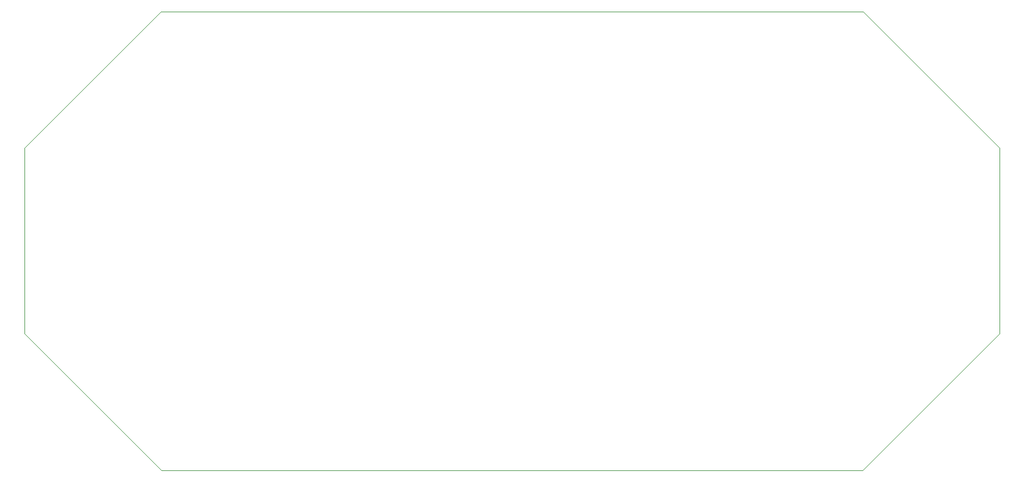
<source format=gbr>
%FSLAX34Y34*%
%MOMM*%
%LNOUTLINE*%
G71*
G01*
%ADD10C, 0.10*%
%LPD*%
G54D10*
X1219500Y988000D02*
X1220000Y988000D01*
X1418000Y790000D01*
X1418000Y520000D01*
X1219500Y321500D01*
X200500Y321500D01*
X2000Y520000D01*
X2000Y790000D01*
X200000Y988000D01*
G54D10*
X1219500Y988000D02*
X200000Y988000D01*
G54D10*
X201000Y988000D02*
X200000Y988000D01*
X2000Y790000D01*
M02*

</source>
